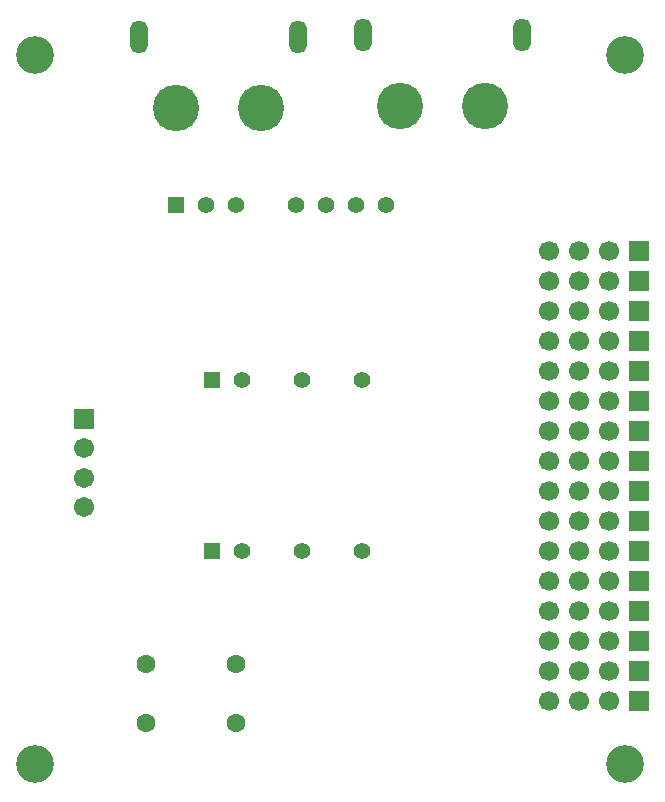
<source format=gbs>
%TF.GenerationSoftware,KiCad,Pcbnew,9.0.4*%
%TF.CreationDate,2025-09-18T00:05:18+09:00*%
%TF.ProjectId,CAN_Isolation_mini,43414e5f-4973-46f6-9c61-74696f6e5f6d,Ver.1.0*%
%TF.SameCoordinates,Original*%
%TF.FileFunction,Soldermask,Bot*%
%TF.FilePolarity,Negative*%
%FSLAX46Y46*%
G04 Gerber Fmt 4.6, Leading zero omitted, Abs format (unit mm)*
G04 Created by KiCad (PCBNEW 9.0.4) date 2025-09-18 00:05:18*
%MOMM*%
%LPD*%
G01*
G04 APERTURE LIST*
G04 Aperture macros list*
%AMRoundRect*
0 Rectangle with rounded corners*
0 $1 Rounding radius*
0 $2 $3 $4 $5 $6 $7 $8 $9 X,Y pos of 4 corners*
0 Add a 4 corners polygon primitive as box body*
4,1,4,$2,$3,$4,$5,$6,$7,$8,$9,$2,$3,0*
0 Add four circle primitives for the rounded corners*
1,1,$1+$1,$2,$3*
1,1,$1+$1,$4,$5*
1,1,$1+$1,$6,$7*
1,1,$1+$1,$8,$9*
0 Add four rect primitives between the rounded corners*
20,1,$1+$1,$2,$3,$4,$5,0*
20,1,$1+$1,$4,$5,$6,$7,0*
20,1,$1+$1,$6,$7,$8,$9,0*
20,1,$1+$1,$8,$9,$2,$3,0*%
G04 Aperture macros list end*
%ADD10C,3.200000*%
%ADD11R,1.700000X1.700000*%
%ADD12C,1.700000*%
%ADD13RoundRect,0.102000X-0.754000X0.754000X-0.754000X-0.754000X0.754000X-0.754000X0.754000X0.754000X0*%
%ADD14C,1.712000*%
%ADD15C,1.600000*%
%ADD16C,3.920000*%
%ADD17O,1.504000X2.804000*%
%ADD18R,1.397000X1.397000*%
%ADD19C,1.397000*%
G04 APERTURE END LIST*
D10*
%TO.C,REF\u002A\u002A*%
X143657095Y-62785000D03*
%TD*%
D11*
%TO.C,J6*%
X144810000Y-89500000D03*
D12*
X142270000Y-89500000D03*
X139730000Y-89500000D03*
X137190000Y-89500000D03*
%TD*%
D10*
%TO.C,REF\u002A\u002A*%
X93657095Y-122794905D03*
%TD*%
D11*
%TO.C,J3*%
X144810000Y-81880000D03*
D12*
X142270000Y-81880000D03*
X139730000Y-81880000D03*
X137190000Y-81880000D03*
%TD*%
D13*
%TO.C,J1*%
X97857095Y-93544905D03*
D14*
X97857095Y-96044905D03*
X97857095Y-98544905D03*
X97857095Y-101044905D03*
%TD*%
D11*
%TO.C,J8*%
X144810000Y-94580000D03*
D12*
X142270000Y-94580000D03*
X139730000Y-94580000D03*
X137190000Y-94580000D03*
%TD*%
D11*
%TO.C,J11*%
X144810000Y-102200000D03*
D12*
X142270000Y-102200000D03*
X139730000Y-102200000D03*
X137190000Y-102200000D03*
%TD*%
D11*
%TO.C,J17*%
X144810000Y-117440000D03*
D12*
X142270000Y-117440000D03*
X139730000Y-117440000D03*
X137190000Y-117440000D03*
%TD*%
D11*
%TO.C,J15*%
X144810000Y-112360000D03*
D12*
X142270000Y-112360000D03*
X139730000Y-112360000D03*
X137190000Y-112360000D03*
%TD*%
D11*
%TO.C,J13*%
X144810000Y-107280000D03*
D12*
X142270000Y-107280000D03*
X139730000Y-107280000D03*
X137190000Y-107280000D03*
%TD*%
D15*
%TO.C,R12*%
X103037095Y-114294905D03*
X110657095Y-114294905D03*
%TD*%
D16*
%TO.C,J21*%
X112801000Y-67214000D03*
X105601000Y-67214000D03*
D17*
X115951000Y-61214000D03*
X102451000Y-61214000D03*
%TD*%
D11*
%TO.C,J16*%
X144810000Y-114900000D03*
D12*
X142270000Y-114900000D03*
X139730000Y-114900000D03*
X137190000Y-114900000D03*
%TD*%
D11*
%TO.C,J7*%
X144810000Y-92040000D03*
D12*
X142270000Y-92040000D03*
X139730000Y-92040000D03*
X137190000Y-92040000D03*
%TD*%
D11*
%TO.C,J10*%
X144810000Y-99660000D03*
D12*
X142270000Y-99660000D03*
X139730000Y-99660000D03*
X137190000Y-99660000D03*
%TD*%
D10*
%TO.C,REF\u002A\u002A*%
X143657095Y-122794905D03*
%TD*%
D18*
%TO.C,U3*%
X108680095Y-90270905D03*
D19*
X111220095Y-90270905D03*
X116300095Y-90270905D03*
X121380095Y-90270905D03*
%TD*%
D18*
%TO.C,U4*%
X108680095Y-104770905D03*
D19*
X111220095Y-104770905D03*
X116300095Y-104770905D03*
X121380095Y-104770905D03*
%TD*%
D11*
%TO.C,J9*%
X144810000Y-97120000D03*
D12*
X142270000Y-97120000D03*
X139730000Y-97120000D03*
X137190000Y-97120000D03*
%TD*%
D18*
%TO.C,U7*%
X105610000Y-75500000D03*
D19*
X108150000Y-75500000D03*
X110690000Y-75500000D03*
X115770000Y-75500000D03*
X118310000Y-75500000D03*
X120850000Y-75500000D03*
X123390000Y-75500000D03*
%TD*%
D15*
%TO.C,R11*%
X110657095Y-119294905D03*
X103037095Y-119294905D03*
%TD*%
D10*
%TO.C,REF\u002A\u002A*%
X93657095Y-62794905D03*
%TD*%
D11*
%TO.C,J2*%
X144810000Y-79340000D03*
D12*
X142270000Y-79340000D03*
X139730000Y-79340000D03*
X137190000Y-79340000D03*
%TD*%
D11*
%TO.C,J5*%
X144810000Y-86960000D03*
D12*
X142270000Y-86960000D03*
X139730000Y-86960000D03*
X137190000Y-86960000D03*
%TD*%
D11*
%TO.C,J14*%
X144810000Y-109820000D03*
D12*
X142270000Y-109820000D03*
X139730000Y-109820000D03*
X137190000Y-109820000D03*
%TD*%
D11*
%TO.C,J4*%
X144810000Y-84420000D03*
D12*
X142270000Y-84420000D03*
X139730000Y-84420000D03*
X137190000Y-84420000D03*
%TD*%
D11*
%TO.C,J12*%
X144810000Y-104740000D03*
D12*
X142270000Y-104740000D03*
X139730000Y-104740000D03*
X137190000Y-104740000D03*
%TD*%
D16*
%TO.C,J22*%
X131762000Y-67087000D03*
X124562000Y-67087000D03*
D17*
X134912000Y-61087000D03*
X121412000Y-61087000D03*
%TD*%
M02*

</source>
